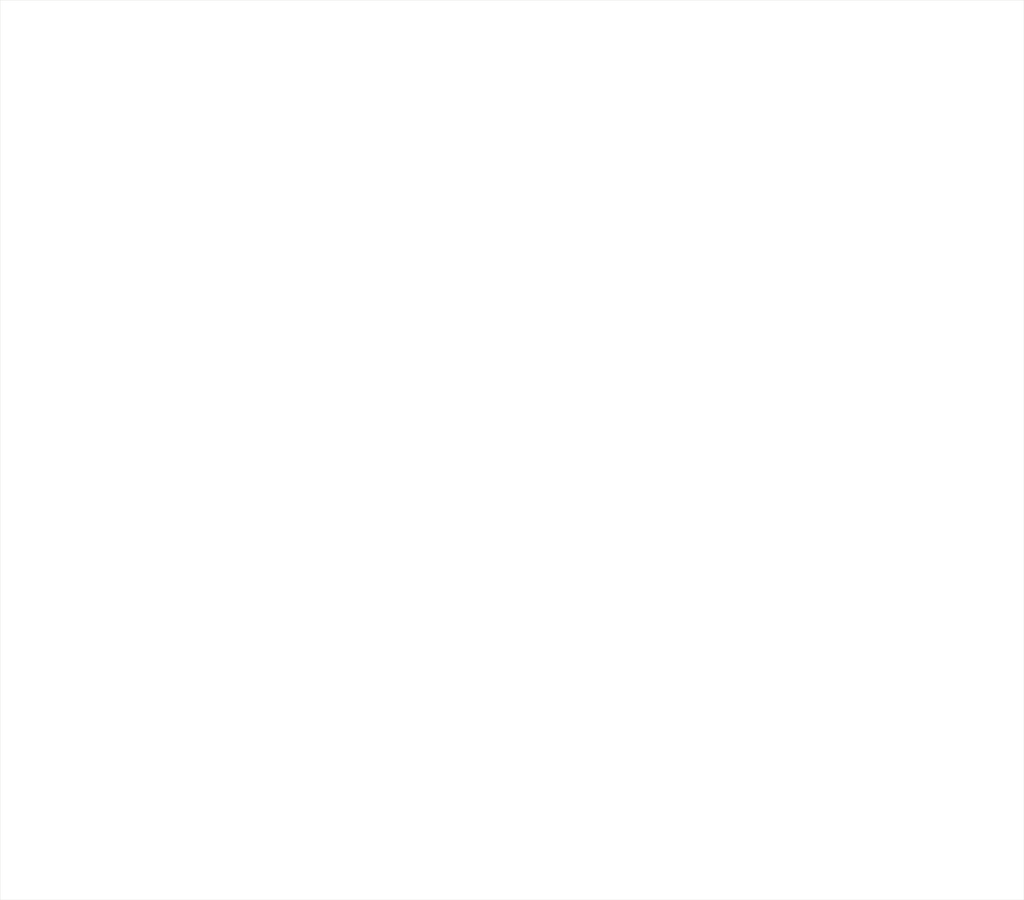
<source format=kicad_pcb>
(kicad_pcb
	(version 20241229)
	(generator "pcbnew")
	(generator_version "9.0")
	(general
		(thickness 1.6)
		(legacy_teardrops no)
	)
	(paper "A4")
	(layers
		(0 "F.Cu" signal)
		(2 "B.Cu" signal)
		(9 "F.Adhes" user "F.Adhesive")
		(11 "B.Adhes" user "B.Adhesive")
		(13 "F.Paste" user)
		(15 "B.Paste" user)
		(5 "F.SilkS" user "F.Silkscreen")
		(7 "B.SilkS" user "B.Silkscreen")
		(1 "F.Mask" user)
		(3 "B.Mask" user)
		(17 "Dwgs.User" user "User.Drawings")
		(19 "Cmts.User" user "User.Comments")
		(21 "Eco1.User" user "User.Eco1")
		(23 "Eco2.User" user "User.Eco2")
		(25 "Edge.Cuts" user)
		(27 "Margin" user)
		(31 "F.CrtYd" user "F.Courtyard")
		(29 "B.CrtYd" user "B.Courtyard")
		(35 "F.Fab" user)
		(33 "B.Fab" user)
		(39 "User.1" user)
		(41 "User.2" user)
		(43 "User.3" user)
		(45 "User.4" user)
	)
	(setup
		(stackup
			(layer "F.SilkS"
				(type "Top Silk Screen")
			)
			(layer "F.Paste"
				(type "Top Solder Paste")
			)
			(layer "F.Mask"
				(type "Top Solder Mask")
				(thickness 0.01)
			)
			(layer "F.Cu"
				(type "copper")
				(thickness 0.035)
			)
			(layer "dielectric 1"
				(type "core")
				(thickness 1.51)
				(material "FR4")
				(epsilon_r 4.5)
				(loss_tangent 0.02)
			)
			(layer "B.Cu"
				(type "copper")
				(thickness 0.035)
			)
			(layer "B.Mask"
				(type "Bottom Solder Mask")
				(thickness 0.01)
			)
			(layer "B.Paste"
				(type "Bottom Solder Paste")
			)
			(layer "B.SilkS"
				(type "Bottom Silk Screen")
			)
			(copper_finish "None")
			(dielectric_constraints no)
		)
		(pad_to_mask_clearance 0)
		(allow_soldermask_bridges_in_footprints no)
		(tenting front back)
		(pcbplotparams
			(layerselection 0x00000000_00000000_55555555_5755f5ff)
			(plot_on_all_layers_selection 0x00000000_00000000_00000000_00000000)
			(disableapertmacros no)
			(usegerberextensions no)
			(usegerberattributes yes)
			(usegerberadvancedattributes yes)
			(creategerberjobfile yes)
			(dashed_line_dash_ratio 12.000000)
			(dashed_line_gap_ratio 3.000000)
			(svgprecision 4)
			(plotframeref no)
			(mode 1)
			(useauxorigin no)
			(hpglpennumber 1)
			(hpglpenspeed 20)
			(hpglpendiameter 15.000000)
			(pdf_front_fp_property_popups yes)
			(pdf_back_fp_property_popups yes)
			(pdf_metadata yes)
			(pdf_single_document no)
			(dxfpolygonmode yes)
			(dxfimperialunits yes)
			(dxfusepcbnewfont yes)
			(psnegative no)
			(psa4output no)
			(plot_black_and_white yes)
			(sketchpadsonfab no)
			(plotpadnumbers no)
			(hidednponfab no)
			(sketchdnponfab yes)
			(crossoutdnponfab yes)
			(subtractmaskfromsilk no)
			(outputformat 1)
			(mirror no)
			(drillshape 1)
			(scaleselection 1)
			(outputdirectory "")
		)
	)
	(net 0 "")
	(gr_rect
		(start 120.523 8.9408)
		(end 345.396891 206.585891)
		(stroke
			(width 0.05)
			(type solid)
		)
		(fill no)
		(layer "Edge.Cuts")
		(uuid "4672a005-0fff-4101-abd6-67e6da805dbe")
	)
	(embedded_fonts no)
)

</source>
